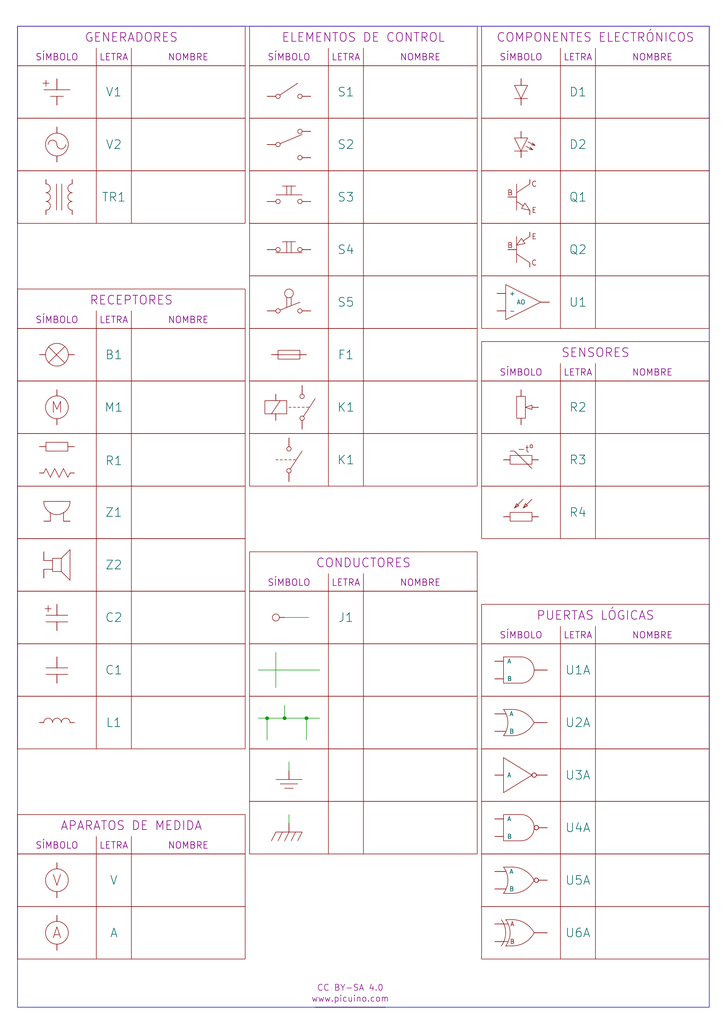
<source format=kicad_sch>
(kicad_sch (version 20231120) (generator "eeschema") (generator_version "8.0")
  (paper "A4" portrait)
  (title_block (title "Símbolos eléctricos y electrónicos.") (date "23/10/2018") (company "www.picuino.com") (comment 1 "Copyright (c) 2018 by Carlos Pardo") (comment 2 "License CC BY-SA 4.0"))
  (lib_symbols
    (symbol "electric-simbolos-nombres-rescue:amperimetro-simbolos" (pin_names (offset 1.016))
      (property "Reference" "A" (at 5.08 -5.08 0))
      (symbol "amperimetro-simbolos_0_0"
        (text "A" (at 0 -5.08 0) (effects (font (size 3.175 3.175))))
      )
      (symbol "amperimetro-simbolos_0_1"
        (circle (center 0 -5.08) (radius 3.302))
      )
      (symbol "amperimetro-simbolos_1_1"
        (pin input line (at 0 -10.16 90) (length 1.778) (name "") (number ""))
        (pin input line (at 0 0 270) (length 1.778) (name "") (number ""))
      )
    )
    (symbol "electric-simbolos-nombres-rescue:condensador-simbolos" (pin_names (offset 1.016))
      (property "Reference" "C" (at 3.81 -4.445 0))
      (symbol "condensador-simbolos_0_1"
        (polyline (pts (xy -3.175 -3.175) (xy 3.175 -3.175)))
        (polyline (pts (xy 3.175 -5.08) (xy -3.175 -5.08)))
      )
      (symbol "condensador-simbolos_1_1"
        (pin input line (at 0 -7.62 90) (length 2.54) (name "") (number ""))
        (pin input line (at 0 0 270) (length 3.175) (name "") (number ""))
      )
    )
    (symbol "electric-simbolos-nombres-rescue:condensador_pol-simbolos" (pin_names (offset 1.016))
      (property "Reference" "C" (at 3.81 -4.445 0))
      (symbol "condensador_pol-simbolos_0_1"
        (polyline (pts (xy -3.175 -3.175) (xy 3.175 -3.175)))
        (polyline (pts (xy -2.54 -0.381) (xy -2.54 -2.159)))
        (polyline (pts (xy -1.651 -1.27) (xy -3.429 -1.27)))
        (polyline (pts (xy 3.175 -5.08) (xy -3.175 -5.08)))
      )
      (symbol "condensador_pol-simbolos_1_1"
        (pin input line (at 0 -7.62 90) (length 2.54) (name "") (number ""))
        (pin input line (at 0 0 270) (length 3.175) (name "") (number ""))
      )
    )
    (symbol "electric-simbolos-nombres-rescue:conector-simbolos" (pin_names (offset 1.016))
      (symbol "conector-simbolos_0_1"
        (circle (center 2.54 0) (radius 1.016))
      )
      (symbol "conector-simbolos_1_1"
        (pin input line (at 0 0 0) (length 1.524) (name "") (number ""))
      )
    )
    (symbol "electric-simbolos-nombres-rescue:diodo-simbolos" (pin_names (offset 1.016))
      (property "Reference" "D" (at 2.54 -3.81 0))
      (symbol "diodo-simbolos_0_1"
        (polyline (pts (xy 1.905 -5.715) (xy -1.905 -5.715)))
        (polyline (pts (xy 1.905 -1.905) (xy -1.905 -1.905) (xy 0 -5.715) (xy 1.905 -1.905)))
      )
      (symbol "diodo-simbolos_1_1"
        (pin input line (at 0 -7.62 90) (length 1.905) (name "") (number ""))
        (pin input line (at 0 0 270) (length 1.905) (name "") (number ""))
      )
    )
    (symbol "electric-simbolos-nombres-rescue:diodo_led-simbolos" (pin_names (offset 1.016))
      (property "Reference" "D" (at 5.08 -3.81 0))
      (symbol "diodo_led-simbolos_0_1"
        (polyline (pts (xy 1.397 -4.318) (xy 3.429 -5.334)))
        (polyline (pts (xy 1.905 -5.715) (xy -1.905 -5.715)))
        (polyline (pts (xy 2.032 -3.048) (xy 4.064 -4.064)))
        (polyline (pts (xy 3.429 -5.334) (xy 2.3622 -5.1816)))
        (polyline (pts (xy 3.429 -5.334) (xy 2.667 -4.572)))
        (polyline (pts (xy 4.064 -4.064) (xy 2.9972 -3.9116)))
        (polyline (pts (xy 4.064 -4.064) (xy 3.302 -3.302)))
        (polyline (pts (xy 1.905 -1.905) (xy -1.905 -1.905) (xy 0 -5.715) (xy 1.905 -1.905)))
      )
      (symbol "diodo_led-simbolos_1_1"
        (pin input line (at 0 -7.62 90) (length 1.905) (name "") (number ""))
        (pin input line (at 0 0 270) (length 1.905) (name "") (number ""))
      )
    )
    (symbol "electric-simbolos-nombres-rescue:final_carrera-simbolos" (pin_names (offset 1.016))
      (property "Reference" "S" (at 4.445 3.175 0))
      (symbol "final_carrera-simbolos_0_0"
        (polyline (pts (xy 5.715 1.016) (xy 5.715 3.937)))
        (polyline (pts (xy 6.985 1.524) (xy 6.985 3.937)))
        (polyline (pts (xy 9.525 2.54) (xy 3.81 0.254)))
        (circle (center 3.175 0) (radius 0.635))
        (circle (center 6.35 5.08) (radius 1.27))
        (circle (center 9.525 0) (radius 0.635))
      )
      (symbol "final_carrera-simbolos_1_1"
        (pin input line (at 0 0 0) (length 2.54) (name "") (number ""))
        (pin input line (at 12.7 0 180) (length 2.54) (name "") (number ""))
      )
    )
    (symbol "electric-simbolos-nombres-rescue:fusible-simbolos" (pin_names (offset 1.016))
      (property "Reference" "F" (at 1.905 -5.08 0))
      (symbol "fusible-simbolos_0_0"
        (polyline (pts (xy 0 -1.27) (xy 0 -8.89)))
      )
      (symbol "fusible-simbolos_0_1"
        (rectangle (start -1.27 -1.905) (end 1.27 -8.255))
      )
      (symbol "fusible-simbolos_1_1"
        (pin input line (at 0 -10.16 90) (length 1.905) (name "") (number ""))
        (pin input line (at 0 0 270) (length 1.905) (name "") (number ""))
      )
    )
    (symbol "electric-simbolos-nombres-rescue:generador-simbolos" (pin_names (offset 1.016))
      (property "Reference" "V" (at 4.445 -5.08 0))
      (symbol "generador-simbolos_0_0"
        (arc (start 0 -5.08) (mid -1.27 -3.8155) (end -2.54 -5.08))
        (arc (start 0 -5.08) (mid 1.27 -6.3445) (end 2.54 -5.08))
      )
      (symbol "generador-simbolos_0_1"
        (circle (center 0 -5.08) (radius 3.302))
      )
      (symbol "generador-simbolos_1_1"
        (pin input line (at 0 -10.16 90) (length 1.778) (name "") (number ""))
        (pin input line (at 0 0 270) (length 1.778) (name "") (number ""))
      )
    )
    (symbol "electric-simbolos-nombres-rescue:inductancia-simbolos" (pin_names (offset 1.016))
      (property "Reference" "L" (at 0.635 -5.08 0))
      (symbol "inductancia-simbolos_0_1"
        (arc (start 0 -6.35) (mid -1.2645 -7.62) (end 0 -8.89))
        (arc (start 0 -3.81) (mid -1.2645 -5.08) (end 0 -6.35))
        (arc (start 0 -1.27) (mid -1.2645 -2.54) (end 0 -3.81))
      )
      (symbol "inductancia-simbolos_1_1"
        (pin input line (at 0 -10.16 90) (length 1.27) (name "") (number ""))
        (pin input line (at 0 0 270) (length 1.27) (name "") (number ""))
      )
    )
    (symbol "electric-simbolos-nombres-rescue:lampara-simbolos" (pin_names (offset 1.016))
      (property "Reference" "L" (at 4.445 -5.08 0))
      (symbol "lampara-simbolos_0_1"
        (circle (center 0 -5.08) (radius 3.302))
        (polyline (pts (xy -2.286 -7.493) (xy 2.286 -2.921)))
        (polyline (pts (xy -2.286 -2.921) (xy 2.286 -7.493)))
      )
      (symbol "lampara-simbolos_1_1"
        (pin input line (at 0 -10.16 90) (length 1.778) (name "") (number ""))
        (pin input line (at 0 0 270) (length 1.778) (name "") (number ""))
      )
    )
    (symbol "electric-simbolos-nombres-rescue:marco_1-simbolos" (pin_names (offset 1.016))
      (symbol "marco_1-simbolos_0_1"
        (polyline (pts (xy 22.86 0) (xy 33.02 0) (xy 33.02 -15.24) (xy 22.86 -15.24)))
        (polyline (pts (xy 33.02 0) (xy 66.04 0) (xy 66.04 -15.24) (xy 33.02 -15.24)))
        (polyline (pts (xy 0 0) (xy 0 -15.24) (xy 22.86 -15.24) (xy 22.86 0) (xy 0 0)))
      )
    )
    (symbol "electric-simbolos-nombres-rescue:marco_2-simbolos" (pin_names (offset 1.016))
      (property "Field4" "TIPO" (at 33.02 -4.445 0))
      (property "Field5" "SÍMBOLO" (at 11.43 -11.43 0))
      (property "Field6" "LETRA" (at 27.94 -11.43 0))
      (property "Field7" "NOMBRE" (at 48.26 -11.43 0))
      (symbol "marco_2-simbolos_0_1"
        (polyline (pts (xy 22.86 -12.7) (xy 33.02 -12.7) (xy 33.02 -7.62)))
        (polyline (pts (xy 33.02 -12.7) (xy 66.04 -12.7) (xy 66.04 -7.62)))
        (polyline (pts (xy 0 -7.62) (xy 0 -12.7) (xy 22.86 -12.7) (xy 22.86 -7.62)))
        (polyline (pts (xy 66.04 -7.62) (xy 66.04 -1.27) (xy 0 -1.27) (xy 0 -7.62)))
      )
    )
    (symbol "electric-simbolos-nombres-rescue:masa-simbolos" (pin_names (offset 1.016))
      (symbol "masa-simbolos_0_0"
        (polyline (pts (xy -3.81 -2.54) (xy -5.08 -5.08)))
        (polyline (pts (xy -3.81 -2.54) (xy 3.81 -2.54)))
        (polyline (pts (xy -1.905 -2.54) (xy -3.175 -5.08)))
        (polyline (pts (xy 0 -2.54) (xy -1.27 -5.08)))
        (polyline (pts (xy 1.905 -2.54) (xy 0.635 -5.08)))
        (polyline (pts (xy 3.81 -2.54) (xy 2.54 -5.08)))
      )
      (symbol "masa-simbolos_1_1"
        (pin input line (at 0 0 270) (length 2.54) (name "") (number ""))
      )
    )
    (symbol "electric-simbolos-nombres-rescue:motor-simbolos" (pin_names (offset 1.016))
      (property "Reference" "M" (at 4.445 -5.08 0))
      (symbol "motor-simbolos_0_0"
        (text "M" (at 0 -5.08 0) (effects (font (size 3.175 3.175))))
      )
      (symbol "motor-simbolos_0_1"
        (circle (center 0 -5.08) (radius 3.302))
      )
      (symbol "motor-simbolos_1_1"
        (pin input line (at 0 -10.16 90) (length 1.778) (name "") (number ""))
        (pin input line (at 0 0 270) (length 1.778) (name "") (number ""))
      )
    )
    (symbol "electric-simbolos-nombres-rescue:pulsador_na-simbolos" (pin_names (offset 1.016))
      (property "Reference" "S" (at 1.905 3.175 0))
      (symbol "pulsador_na-simbolos_0_0"
        (polyline (pts (xy 2.54 1.905) (xy 10.16 1.905)))
        (polyline (pts (xy 4.445 4.445) (xy 8.255 4.445)))
        (polyline (pts (xy 5.715 1.905) (xy 5.715 4.445)))
        (polyline (pts (xy 6.985 4.445) (xy 6.985 1.905)))
        (circle (center 3.175 0) (radius 0.635))
        (circle (center 9.525 0) (radius 0.635))
      )
      (symbol "pulsador_na-simbolos_1_1"
        (pin input line (at 0 0 0) (length 2.54) (name "") (number ""))
        (pin input line (at 12.7 0 180) (length 2.54) (name "") (number ""))
      )
    )
    (symbol "electric-simbolos-nombres-rescue:pulsador_nc-simbolos" (pin_names (offset 1.016))
      (property "Reference" "S" (at 3.81 3.175 0))
      (symbol "pulsador_nc-simbolos_0_0"
        (polyline (pts (xy 2.54 -0.889) (xy 10.16 -0.889)))
        (polyline (pts (xy 4.445 2.286) (xy 8.255 2.286)))
        (polyline (pts (xy 5.715 -0.889) (xy 5.715 2.286)))
        (polyline (pts (xy 6.985 -0.889) (xy 6.985 2.286)))
        (circle (center 3.175 0) (radius 0.635))
        (circle (center 9.525 0) (radius 0.635))
      )
      (symbol "pulsador_nc-simbolos_1_1"
        (pin input line (at 0 0 0) (length 2.54) (name "") (number ""))
        (pin input line (at 12.7 0 180) (length 2.54) (name "") (number ""))
      )
    )
    (symbol "electric-simbolos-nombres-rescue:rele-simbolos" (pin_names (offset 1.016))
      (property "Reference" "K" (at -4.445 -3.81 0))
      (symbol "rele-simbolos_0_0"
        (rectangle (start -3.175 -1.905) (end 3.175 -5.715))
        (polyline (pts (xy 1.27 -1.905) (xy -1.27 -5.715)))
        (polyline (pts (xy 3.81 -3.81) (xy 4.445 -3.81)))
        (polyline (pts (xy 5.08 -3.81) (xy 5.715 -3.81)))
        (polyline (pts (xy 6.35 -3.81) (xy 6.985 -3.81)))
        (polyline (pts (xy 7.62 -3.81) (xy 8.255 -3.81)))
        (polyline (pts (xy 8.89 -3.81) (xy 9.525 -3.81)))
      )
      (symbol "rele-simbolos_1_0"
        (polyline (pts (xy 11.43 -1.27) (xy 8.001 -6.477)))
        (circle (center 7.62 -6.985) (radius 0.635))
        (circle (center 7.62 -0.635) (radius 0.635))
      )
      (symbol "rele-simbolos_1_1"
        (pin input line (at 0 -7.62 90) (length 1.905) (name "") (number ""))
        (pin input line (at 0 0 270) (length 1.905) (name "") (number ""))
        (pin input line (at 7.62 -10.16 90) (length 2.54) (name "") (number ""))
        (pin input line (at 7.62 2.54 270) (length 2.54) (name "") (number ""))
      )
    )
    (symbol "electric-simbolos-nombres-rescue:rele_contacto-simbolos" (pin_names (offset 1.016))
      (property "Reference" "K" (at 1.27 -1.27 0))
      (symbol "rele_contacto-simbolos_0_0"
        (polyline (pts (xy -3.81 -6.35) (xy -3.175 -6.35)))
        (polyline (pts (xy -2.54 -6.35) (xy -1.905 -6.35)))
        (polyline (pts (xy -1.27 -6.35) (xy -0.635 -6.35)))
        (polyline (pts (xy 0 -6.35) (xy 0.635 -6.35)))
        (polyline (pts (xy 1.27 -6.35) (xy 1.905 -6.35)))
      )
      (symbol "rele_contacto-simbolos_1_0"
        (circle (center 0 -9.525) (radius 0.635))
        (circle (center 0 -3.175) (radius 0.635))
        (polyline (pts (xy 3.81 -3.81) (xy 0.381 -9.017)))
      )
      (symbol "rele_contacto-simbolos_1_1"
        (pin input line (at 0 -12.7 90) (length 2.54) (name "") (number ""))
        (pin input line (at 0 0 270) (length 2.54) (name "") (number ""))
      )
    )
    (symbol "electric-simbolos-nombres-rescue:selector-simbolos" (pin_names (offset 1.016))
      (property "Reference" "S" (at 4.445 3.175 0))
      (symbol "selector-simbolos_0_0"
        (circle (center 3.175 0) (radius 0.635))
        (circle (center 9.525 -3.81) (radius 0.635))
        (circle (center 9.525 3.81) (radius 0.635))
      )
      (symbol "selector-simbolos_0_1"
        (polyline (pts (xy 10.16 2.921) (xy 3.81 0.254)))
      )
      (symbol "selector-simbolos_1_1"
        (pin input line (at 0 0 0) (length 2.54) (name "") (number ""))
        (pin input line (at 12.7 -3.81 180) (length 2.54) (name "") (number ""))
        (pin input line (at 12.7 3.81 180) (length 2.54) (name "") (number ""))
      )
    )
    (symbol "electric-simbolos-nombres-rescue:switch-simbolos" (pin_names (offset 1.016))
      (property "Reference" "S" (at 4.445 3.175 0))
      (symbol "switch-simbolos_0_0"
        (polyline (pts (xy 8.89 3.81) (xy 3.683 0.381)))
        (circle (center 3.175 0) (radius 0.635))
        (circle (center 9.525 0) (radius 0.635))
      )
      (symbol "switch-simbolos_1_1"
        (pin input line (at 0 0 0) (length 2.54) (name "") (number ""))
        (pin input line (at 12.7 0 180) (length 2.54) (name "") (number ""))
      )
    )
    (symbol "simbolos-electricos:AO" (pin_names (offset 1.016))
      (property "Reference" "U" (at 6.35 -3.81 0))
      (property "Value" "AO" (at 6.35 3.81 0))
      (symbol "AO_0_1"
        (polyline (pts (xy 0 5.08) (xy 0 -5.08) (xy 10.16 0) (xy 0 5.08)))
      )
      (symbol "AO_1_1"
        (pin output line (at 12.7 0 180) (length 2.54) (name "") (number ""))
        (pin input line (at -2.54 2.54 0) (length 2.54) (name "+") (number ""))
        (pin input line (at -2.54 -2.54 0) (length 2.54) (name "-") (number ""))
      )
    )
    (symbol "simbolos-electricos:CopyRight" (pin_names (offset 1.016))
      (property "License" "CC BY-SA 4.0" (at 0 5.715 0))
      (property "Web" "www.picuino.com" (at 0 2.54 0))
      (symbol "CopyRight_0_1"
        (polyline (pts (xy -10.16 0) (xy 10.16 0)) (stroke (width 0.2032)))
      )
    )
    (symbol "simbolos-electricos:LDR" (pin_names (offset 1.016))
      (property "Reference" "R" (at 1.905 -5.08 0))
      (symbol "LDR_0_1"
        (rectangle (start -1.27 -1.905) (end 1.27 -8.255))
        (polyline (pts (xy -2.54 -6.985) (xy -5.08 -4.445)))
        (polyline (pts (xy -2.54 -4.445) (xy -5.08 -1.905)))
        (polyline (pts (xy -2.54 -6.985) (xy -3.175 -5.715) (xy -3.81 -6.35) (xy -2.54 -6.985)))
        (polyline (pts (xy -2.54 -4.445) (xy -3.175 -3.175) (xy -3.81 -3.81) (xy -2.54 -4.445)))
      )
      (symbol "LDR_1_1"
        (pin input line (at 0 -10.16 90) (length 1.905) (name "") (number ""))
        (pin input line (at 0 0 270) (length 1.905) (name "") (number ""))
      )
    )
    (symbol "simbolos-electricos:NPN" (pin_names (offset 1.016))
      (property "Reference" "Q1" (at 11.43 -5.08 0))
      (symbol "NPN_0_0"
        (polyline (pts (xy 4.445 -7.62) (xy 2.54 -6.35)))
        (text "C" (at 7.62 -1.27 0) (effects (font (size 1.524 1.524))))
        (text "E" (at 7.62 -8.89 0) (effects (font (size 1.524 1.524))))
      )
      (symbol "NPN_0_1"
        (polyline (pts (xy 2.54 -3.81) (xy 6.35 -1.27)))
        (polyline (pts (xy 2.54 -1.27) (xy 2.54 -8.89)))
        (polyline (pts (xy 4.953 -6.858) (xy 3.937 -8.382) (xy 6.35 -8.89) (xy 4.953 -6.858)))
      )
      (symbol "NPN_1_0"
        (text "B" (at 0.635 -3.81 0) (effects (font (size 1.524 1.524))))
      )
      (symbol "NPN_1_1"
        (pin input line (at 0 -5.08 0) (length 2.54) (name "") (number ""))
        (pin input line (at 6.35 -10.16 90) (length 1.27) (name "") (number ""))
        (pin input line (at 6.35 0 270) (length 1.27) (name "") (number ""))
      )
    )
    (symbol "simbolos-electricos:NTC" (pin_names (offset 1.016))
      (property "Reference" "R" (at 1.905 -5.08 0))
      (symbol "NTC_0_1"
        (rectangle (start -1.27 -1.905) (end 1.27 -8.255))
      )
      (symbol "NTC_1_0"
        (polyline (pts (xy -2.54 -8.255) (xy -2.54 -6.985) (xy 2.54 -1.905)))
        (text "-tº" (at -3.175 -3.81 900) (effects (font (size 1.905 1.905))))
      )
      (symbol "NTC_1_1"
        (pin input line (at 0 -10.16 90) (length 1.905) (name "") (number ""))
        (pin input line (at 0 0 270) (length 1.905) (name "") (number ""))
      )
    )
    (symbol "simbolos-electricos:PNP" (pin_names (offset 1.016))
      (property "Reference" "Q2" (at 20.32 -5.08 0))
      (symbol "PNP_0_0"
        (polyline (pts (xy 4.445 -2.54) (xy 6.35 -1.27)))
        (text "B" (at 0.635 -3.81 0) (effects (font (size 1.524 1.524))))
        (text "C" (at 7.62 -8.89 0) (effects (font (size 1.524 1.524))))
        (text "E" (at 7.62 -1.27 0) (effects (font (size 1.524 1.524))))
      )
      (symbol "PNP_0_1"
        (polyline (pts (xy 2.54 -1.27) (xy 2.54 -8.89)))
        (polyline (pts (xy 6.35 -8.89) (xy 2.54 -6.35)))
        (polyline (pts (xy 4.953 -3.302) (xy 3.937 -1.778) (xy 2.54 -3.81) (xy 4.953 -3.302)))
      )
      (symbol "PNP_1_1"
        (pin input line (at 0 -5.08 0) (length 2.54) (name "") (number ""))
        (pin input line (at 6.35 -10.16 90) (length 1.27) (name "") (number ""))
        (pin input line (at 6.35 0 270) (length 1.27) (name "") (number ""))
      )
    )
    (symbol "simbolos-electricos:Pila" (pin_names (offset 1.016))
      (property "Reference" "V" (at 5.08 -4.445 0))
      (symbol "Pila_0_1"
        (polyline (pts (xy -4.064 -1.27) (xy -2.286 -1.27)))
        (polyline (pts (xy -3.81 -3.175) (xy 3.81 -3.175)))
        (polyline (pts (xy -3.175 -0.381) (xy -3.175 -2.159)))
        (polyline (pts (xy -1.905 -5.08) (xy 1.905 -5.08)))
      )
      (symbol "Pila_1_1"
        (pin input line (at 0 -7.62 90) (length 2.54) (name "") (number ""))
        (pin input line (at 0 0 270) (length 3.175) (name "") (number ""))
      )
    )
    (symbol "simbolos-electricos:altavoz" (pin_names (offset 1.016))
      (property "Reference" "Z" (at 5.715 0.635 0))
      (symbol "altavoz_0_0"
        (polyline (pts (xy 0 -5.08) (xy 2.54 -5.08)))
        (polyline (pts (xy 0 -2.54) (xy 2.54 -2.54)))
        (polyline (pts (xy 5.08 -1.905) (xy 7.62 0.635) (xy 7.62 -8.255) (xy 5.08 -5.715)))
        (rectangle (start 2.54 -1.905) (end 5.08 -5.715))
      )
      (symbol "altavoz_1_1"
        (pin input line (at 0 -7.62 90) (length 2.54) (name "") (number ""))
        (pin input line (at 0 0 270) (length 2.54) (name "") (number ""))
      )
    )
    (symbol "simbolos-electricos:logic_and" (pin_names (offset 1.016))
      (property "Reference" "U" (at 11.43 -6.35 0))
      (symbol "logic_and_0_1"
        (polyline (pts (xy 7.62 1.27) (xy 2.54 1.27) (xy 2.54 -6.35) (xy 7.62 -6.35)))
        (arc (start 7.62 -6.35) (mid 11.4134 -2.54) (end 7.62 1.27))
      )
      (symbol "logic_and_1_1"
        (pin output line (at 15.24 -2.54 180) (length 3.81) (name "") (number ""))
        (pin input line (at 0 0 0) (length 2.54) (name "A") (number ""))
        (pin input line (at 0 -5.08 0) (length 2.54) (name "B") (number ""))
      )
      (symbol "logic_and_2_1"
        (pin input line (at 0 0 0) (length 2.54) (name "A") (number "4"))
        (pin input line (at 0 -5.08 0) (length 2.54) (name "B") (number "5"))
        (pin output line (at 15.24 -2.54 180) (length 3.81) (name "") (number "6"))
      )
      (symbol "logic_and_3_1"
        (pin input line (at 0 -5.08 0) (length 2.54) (name "B") (number "10"))
        (pin output line (at 15.24 -2.54 180) (length 3.81) (name "") (number "8"))
        (pin input line (at 0 0 0) (length 2.54) (name "A") (number "9"))
      )
      (symbol "logic_and_4_1"
        (pin output line (at 15.24 -2.54 180) (length 3.81) (name "") (number "11"))
        (pin input line (at 0 0 0) (length 2.54) (name "A") (number "12"))
        (pin input line (at 0 -5.08 0) (length 2.54) (name "B") (number "13"))
      )
    )
    (symbol "simbolos-electricos:logic_nand" (pin_names (offset 1.016))
      (property "Reference" "U" (at 11.43 -6.35 0))
      (symbol "logic_nand_0_1"
        (polyline (pts (xy 7.62 1.27) (xy 2.54 1.27) (xy 2.54 -6.35) (xy 7.62 -6.35)))
        (arc (start 7.62 -6.35) (mid 11.4134 -2.54) (end 7.62 1.27))
      )
      (symbol "logic_nand_1_1"
        (pin output inverted (at 15.24 -2.54 180) (length 3.81) (name "") (number ""))
        (pin input line (at 0 0 0) (length 2.54) (name "A") (number ""))
        (pin input line (at 0 -5.08 0) (length 2.54) (name "B") (number ""))
      )
      (symbol "logic_nand_2_1"
        (pin input line (at 0 0 0) (length 2.54) (name "A") (number "4"))
        (pin input line (at 0 -5.08 0) (length 2.54) (name "B") (number "5"))
        (pin output inverted (at 15.24 -2.54 180) (length 3.81) (name "") (number "6"))
      )
      (symbol "logic_nand_3_1"
        (pin input line (at 0 -5.08 0) (length 2.54) (name "B") (number "10"))
        (pin output inverted (at 15.24 -2.54 180) (length 3.81) (name "") (number "8"))
        (pin input line (at 0 0 0) (length 2.54) (name "A") (number "9"))
      )
      (symbol "logic_nand_4_1"
        (pin output inverted (at 15.24 -2.54 180) (length 3.81) (name "") (number "11"))
        (pin input line (at 0 0 0) (length 2.54) (name "A") (number "12"))
        (pin input line (at 0 -5.08 0) (length 2.54) (name "B") (number "13"))
      )
    )
    (symbol "simbolos-electricos:logic_nor" (pin_names (offset 1.016))
      (property "Reference" "U" (at 11.43 -6.35 0))
      (symbol "logic_nor_0_1"
        (polyline (pts (xy 2.54 -6.35) (xy 5.08 -6.35)))
        (polyline (pts (xy 5.08 1.27) (xy 2.54 1.27)))
        (arc (start 2.54 -6.35) (mid 3.81 -2.54) (end 2.54 1.27))
        (arc (start 5.08 -6.35) (mid 8.784 -5.3291) (end 11.43 -2.54))
        (arc (start 11.43 -2.54) (mid 8.7865 0.2471) (end 5.08 1.27))
      )
      (symbol "logic_nor_1_1"
        (pin output inverted (at 15.24 -2.54 180) (length 3.81) (name "") (number ""))
        (pin input line (at 0 0 0) (length 3.175) (name "A") (number ""))
        (pin input line (at 0 -5.08 0) (length 3.175) (name "B") (number ""))
      )
      (symbol "logic_nor_2_1"
        (pin input line (at 0 0 0) (length 3.175) (name "A") (number "4"))
        (pin input line (at 0 -5.08 0) (length 3.175) (name "B") (number "5"))
        (pin output inverted (at 15.24 -2.54 180) (length 3.81) (name "") (number "6"))
      )
      (symbol "logic_nor_3_1"
        (pin input line (at 0 -5.08 0) (length 3.175) (name "B") (number "10"))
        (pin output inverted (at 15.24 -2.54 180) (length 3.81) (name "") (number "8"))
        (pin input line (at 0 0 0) (length 3.175) (name "A") (number "9"))
      )
      (symbol "logic_nor_4_1"
        (pin output inverted (at 15.24 -2.54 180) (length 3.81) (name "") (number "11"))
        (pin input line (at 0 0 0) (length 3.175) (name "A") (number "12"))
        (pin input line (at 0 -5.08 0) (length 3.175) (name "B") (number "13"))
      )
    )
    (symbol "simbolos-electricos:logic_not" (pin_names (offset 1.016))
      (property "Reference" "U" (at 7.62 -6.35 0))
      (symbol "logic_not_0_1"
        (polyline (pts (xy 2.54 2.54) (xy 10.795 -2.54) (xy 2.54 -7.62) (xy 2.54 2.54)))
      )
      (symbol "logic_not_1_1"
        (pin output inverted (at 15.24 -2.54 180) (length 4.445) (name "") (number ""))
        (pin input line (at 0 -2.54 0) (length 2.54) (name "A") (number ""))
      )
      (symbol "logic_not_2_1"
        (pin input line (at 0 -2.54 0) (length 2.54) (name "A") (number "4"))
        (pin output inverted (at 15.24 -2.54 180) (length 4.445) (name "") (number "6"))
      )
      (symbol "logic_not_3_1"
        (pin output inverted (at 15.24 -2.54 180) (length 4.445) (name "") (number "8"))
        (pin input line (at 0 -2.54 0) (length 2.54) (name "A") (number "9"))
      )
      (symbol "logic_not_4_1"
        (pin output inverted (at 15.24 -2.54 180) (length 4.445) (name "") (number "11"))
        (pin input line (at 0 -2.54 0) (length 2.54) (name "A") (number "12"))
      )
    )
    (symbol "simbolos-electricos:logic_or" (pin_names (offset 1.016))
      (property "Reference" "U" (at 11.43 -6.35 0))
      (symbol "logic_or_0_1"
        (polyline (pts (xy 2.54 -6.35) (xy 5.08 -6.35)))
        (polyline (pts (xy 5.08 1.27) (xy 2.54 1.27)))
        (arc (start 2.54 -6.35) (mid 3.81 -2.54) (end 2.54 1.27))
        (arc (start 5.08 -6.35) (mid 8.784 -5.3291) (end 11.43 -2.54))
        (arc (start 11.43 -2.54) (mid 8.7865 0.2471) (end 5.08 1.27))
      )
      (symbol "logic_or_1_1"
        (pin output line (at 15.24 -2.54 180) (length 3.81) (name "") (number ""))
        (pin input line (at 0 0 0) (length 3.175) (name "A") (number ""))
        (pin input line (at 0 -5.08 0) (length 3.175) (name "B") (number ""))
      )
      (symbol "logic_or_2_1"
        (pin input line (at 0 0 0) (length 3.175) (name "A") (number "4"))
        (pin input line (at 0 -5.08 0) (length 3.175) (name "B") (number "5"))
        (pin output line (at 15.24 -2.54 180) (length 3.81) (name "") (number "6"))
      )
      (symbol "logic_or_3_1"
        (pin input line (at 0 -5.08 0) (length 3.175) (name "B") (number "10"))
        (pin output line (at 15.24 -2.54 180) (length 3.81) (name "") (number "8"))
        (pin input line (at 0 0 0) (length 3.175) (name "A") (number "9"))
      )
      (symbol "logic_or_4_1"
        (pin output line (at 15.24 -2.54 180) (length 3.81) (name "") (number "11"))
        (pin input line (at 0 0 0) (length 3.175) (name "A") (number "12"))
        (pin input line (at 0 -5.08 0) (length 3.175) (name "B") (number "13"))
      )
    )
    (symbol "simbolos-electricos:logic_xor" (pin_names (offset 1.016))
      (property "Reference" "U" (at 11.43 -6.35 0))
      (symbol "logic_xor_0_0"
        (text "A" (at 5.08 0 0) (effects (font (size 1.27 1.27))))
        (text "B" (at 5.08 -5.08 0) (effects (font (size 1.27 1.27))))
      )
      (symbol "logic_xor_0_1"
        (polyline (pts (xy 3.175 -6.35) (xy 5.08 -6.35)))
        (polyline (pts (xy 3.175 1.27) (xy 5.08 1.27)))
        (polyline (pts (xy 3.81 -5.08) (xy 2.54 -5.08)))
        (polyline (pts (xy 3.81 0) (xy 2.54 0)))
        (arc (start 1.905 -6.35) (mid 3.175 -2.54) (end 1.905 1.27))
        (arc (start 3.175 -6.35) (mid 4.445 -2.54) (end 3.175 1.27))
        (arc (start 5.08 -6.35) (mid 8.784 -5.3291) (end 11.43 -2.54))
        (arc (start 11.43 -2.54) (mid 8.7865 0.2471) (end 5.08 1.27))
      )
      (symbol "logic_xor_1_1"
        (pin input line (at 0 -5.08 0) (length 2.54) (name "") (number ""))
        (pin input line (at 0 0 0) (length 2.54) (name "") (number ""))
        (pin output line (at 15.24 -2.54 180) (length 3.81) (name "") (number ""))
      )
      (symbol "logic_xor_2_1"
        (pin input line (at 0 0 0) (length 2.54) (name "") (number "4"))
        (pin input line (at 0 -5.08 0) (length 2.54) (name "") (number "5"))
        (pin output line (at 15.24 -2.54 180) (length 3.81) (name "") (number "6"))
      )
      (symbol "logic_xor_3_1"
        (pin input line (at 0 -5.08 0) (length 2.54) (name "") (number "10"))
        (pin output line (at 15.24 -2.54 180) (length 3.81) (name "") (number "8"))
        (pin input line (at 0 0 0) (length 2.54) (name "") (number "9"))
      )
      (symbol "logic_xor_4_1"
        (pin output line (at 15.24 -2.54 180) (length 3.81) (name "") (number "11"))
        (pin input line (at 0 0 0) (length 2.54) (name "") (number "12"))
        (pin input line (at 0 -5.08 0) (length 2.54) (name "") (number "13"))
      )
    )
    (symbol "simbolos-electricos:potenciometro" (pin_names (offset 1.016))
      (property "Reference" "R" (at 1.905 -1.905 0))
      (symbol "potenciometro_0_1"
        (rectangle (start -1.27 -1.905) (end 1.27 -8.255))
        (polyline (pts (xy 1.27 -5.08) (xy 3.175 -4.445) (xy 3.175 -5.715) (xy 1.27 -5.08)))
      )
      (symbol "potenciometro_1_1"
        (pin input line (at 0 -10.16 90) (length 1.905) (name "") (number ""))
        (pin input line (at 0 0 270) (length 1.905) (name "") (number ""))
        (pin input line (at 5.08 -5.08 180) (length 1.905) (name "") (number ""))
      )
    )
    (symbol "simbolos-electricos:resistencia" (pin_names (offset 1.016))
      (property "Reference" "R" (at 1.905 -5.08 0))
      (symbol "resistencia_0_1"
        (rectangle (start -1.27 -1.905) (end 1.27 -8.255))
      )
      (symbol "resistencia_1_1"
        (pin input line (at 0 -10.16 90) (length 1.905) (name "") (number ""))
        (pin input line (at 0 0 270) (length 1.905) (name "") (number ""))
      )
    )
    (symbol "simbolos-electricos:resistencia_2" (pin_names (offset 1.016))
      (property "Reference" "R" (at 1.905 -5.08 0))
      (symbol "resistencia_2_0_1"
        (polyline (pts (xy 0 -8.89) (xy -1.27 -8.255) (xy 1.27 -6.985) (xy -1.27 -5.715) (xy 1.27 -4.445) (xy -1.27 -3.175) (xy 1.27 -1.905) (xy 0 -1.27)))
      )
      (symbol "resistencia_2_1_1"
        (pin input line (at 0 -10.16 90) (length 1.27) (name "") (number ""))
        (pin input line (at 0 0 270) (length 1.27) (name "") (number ""))
      )
    )
    (symbol "simbolos-electricos:tierra" (pin_names (offset 1.016))
      (symbol "tierra_0_0"
        (polyline (pts (xy -3.81 -2.54) (xy 3.81 -2.54)))
        (polyline (pts (xy -2.54 -3.81) (xy 2.54 -3.81)))
        (polyline (pts (xy -1.27 -5.08) (xy 1.27 -5.08)))
      )
      (symbol "tierra_1_1"
        (pin input line (at 0 0 270) (length 2.54) (name "") (number ""))
      )
    )
    (symbol "simbolos-electricos:transformador" (pin_names (offset 1.016))
      (property "Reference" "TR" (at 8.89 -5.08 0))
      (symbol "transformador_0_1"
        (arc (start 0 -8.89) (mid 1.2645 -7.62) (end 0 -6.35))
        (arc (start 0 -6.35) (mid 1.2645 -5.08) (end 0 -3.81))
        (arc (start 0 -3.81) (mid 1.2645 -2.54) (end 0 -1.27))
        (polyline (pts (xy 3.048 -1.27) (xy 3.048 -8.89)))
        (polyline (pts (xy 4.572 -1.27) (xy 4.572 -8.89)))
        (arc (start 7.62 -6.35) (mid 6.3555 -7.62) (end 7.62 -8.89))
        (arc (start 7.62 -3.81) (mid 6.3555 -5.08) (end 7.62 -6.35))
        (arc (start 7.62 -1.27) (mid 6.3555 -2.54) (end 7.62 -3.81))
      )
      (symbol "transformador_1_1"
        (pin input line (at 0 -10.16 90) (length 1.27) (name "") (number ""))
        (pin input line (at 0 0 270) (length 1.27) (name "") (number ""))
        (pin input line (at 7.62 -10.16 90) (length 1.27) (name "") (number ""))
        (pin input line (at 7.62 0 270) (length 1.27) (name "") (number ""))
      )
    )
    (symbol "simbolos-electricos:voltimetro" (pin_names (offset 1.016))
      (property "Reference" "V" (at 5.08 -5.08 0))
      (symbol "voltimetro_0_0"
        (text "V" (at 0 -5.08 0) (effects (font (size 3.175 3.175))))
      )
      (symbol "voltimetro_0_1"
        (circle (center 0 -5.08) (radius 3.302))
      )
      (symbol "voltimetro_1_1"
        (pin input line (at 0 -10.16 90) (length 1.778) (name "") (number ""))
        (pin input line (at 0 0 270) (length 1.778) (name "") (number ""))
      )
    )
    (symbol "simbolos-electricos:zumbador" (pin_names (offset 1.016))
      (property "Reference" "Z" (at 3.81 8.255 0))
      (symbol "zumbador_0_0"
        (polyline (pts (xy 0 5.715) (xy 7.62 5.715)))
        (polyline (pts (xy 1.905 0) (xy 1.905 2.54)))
        (polyline (pts (xy 5.715 0) (xy 5.715 2.54)))
        (arc (start 0 5.715) (mid 3.81 1.9216) (end 7.62 5.715))
      )
      (symbol "zumbador_1_1"
        (pin input line (at 0 0 0) (length 1.905) (name "") (number ""))
        (pin input line (at 7.62 0 180) (length 1.905) (name "") (number ""))
      )
    )
  )
  (junction (at 88.9 208.28))
  (junction (at 82.55 208.28))
  (junction (at 77.47 208.28))
  (wire (pts (xy 83.82 223.52) (xy 83.82 220.98)))
  (wire (pts (xy 74.93 208.28) (xy 77.47 208.28)))
  (wire (pts (xy 74.93 194.31) (xy 92.71 194.31)))
  (wire (pts (xy 83.82 238.76) (xy 83.82 236.22)))
  (wire (pts (xy 88.9 208.28) (xy 92.71 208.28)))
  (polyline (pts (xy 5.08 292.1) (xy 205.74 292.1)))
  (wire (pts (xy 88.9 214.63) (xy 88.9 208.28)))
  (polyline (pts (xy 5.08 7.62) (xy 205.74 7.62)))
  (wire (pts (xy 80.01 189.23) (xy 80.01 199.39)))
  (polyline (pts (xy 5.08 292.1) (xy 5.08 7.62)))
  (wire (pts (xy 82.55 208.28) (xy 88.9 208.28)))
  (wire (pts (xy 77.47 208.28) (xy 82.55 208.28)))
  (polyline (pts (xy 205.74 292.1) (xy 205.74 7.62)))
  (wire (pts (xy 77.47 214.63) (xy 77.47 208.28)))
  (wire (pts (xy 82.55 179.07) (xy 89.535 179.07)))
  (wire (pts (xy 82.55 208.28) (xy 82.55 204.47)))
  (symbol (lib_id "electric-simbolos-nombres-rescue:marco_1-simbolos") (at 139.7 80.01 0) (unit 1)
    (property "Reference" "M?" (effects (hide yes)))
    (property "Value" "marco_1" (effects (hide yes)))
  )
  (symbol (lib_id "simbolos-electricos:AO") (at 146.685 87.63 0) (unit 1)
    (property "Reference" "U1" (at 167.64 87.63 0) (effects (font (size 2.54 2.54))))
    (property "Value" "AO" (at 151.13 87.63 0))
  )
  (symbol (lib_id "electric-simbolos-nombres-rescue:amperimetro-simbolos") (at 16.51 265.43 0) (unit 1)
    (property "Reference" "A" (at 31.75 270.51 0) (effects (font (size 2.54 2.54)) (justify left)))
    (property "Value" "amperimetro" (effects (hide yes)))
  )
  (symbol (lib_id "electric-simbolos-nombres-rescue:diodo-simbolos") (at 151.13 22.86 0) (unit 1)
    (property "Reference" "D1" (at 167.64 26.67 0) (effects (font (size 2.54 2.54))))
    (property "Value" "DIODO" (effects (hide yes)))
  )
  (symbol (lib_id "electric-simbolos-nombres-rescue:marco_1-simbolos") (at 5.08 186.69 0) (unit 1)
    (property "Reference" "M?" (effects (hide yes)))
    (property "Value" "marco_1" (effects (hide yes)))
  )
  (symbol (lib_id "electric-simbolos-nombres-rescue:selector-simbolos") (at 77.47 41.91 0) (unit 1)
    (property "Reference" "S2" (at 100.33 41.91 0) (effects (font (size 2.54 2.54))))
    (property "Value" "CONMUTADOR" (effects (hide yes)))
  )
  (symbol (lib_id "simbolos-electricos:LDR") (at 156.21 149.86 270) (unit 1)
    (property "Reference" "R4" (at 167.64 148.59 90) (effects (font (size 2.54 2.54))))
    (property "Value" "RESISTENCIA" (effects (hide yes)))
    (property "Campo4" "LDR" (effects (hide yes)))
  )
  (symbol (lib_id "simbolos-electricos:PNP") (at 147.32 67.31 0) (unit 1)
    (property "Reference" "Q2" (at 167.64 72.39 0) (effects (font (size 2.54 2.54))))
    (property "Value" "TRANSISTOR" (effects (hide yes)))
    (property "Campo4" "PNP" (effects (hide yes)))
  )
  (symbol (lib_id "simbolos-electricos:voltimetro") (at 16.51 250.19 0) (unit 1)
    (property "Reference" "V" (at 33.02 255.27 0) (effects (font (size 2.54 2.54))))
    (property "Value" "VOLTIMETRO" (effects (hide yes)))
  )
  (symbol (lib_id "electric-simbolos-nombres-rescue:marco_1-simbolos") (at 139.7 262.89 0) (unit 1)
    (property "Reference" "M?" (effects (hide yes)))
    (property "Value" "marco_1" (effects (hide yes)))
  )
  (symbol (lib_id "simbolos-electricos:transformador") (at 13.335 52.07 0) (unit 1)
    (property "Reference" "TR1" (at 33.02 57.15 0) (effects (font (size 2.54 2.54))))
    (property "Value" "TRANSFOR-" (effects (hide yes)))
    (property "Campo4" "MADOR" (effects (hide yes)))
  )
  (symbol (lib_id "electric-simbolos-nombres-rescue:marco_1-simbolos") (at 72.39 64.77 0) (unit 1)
    (property "Reference" "M?" (effects (hide yes)))
    (property "Value" "marco_1" (effects (hide yes)))
  )
  (symbol (lib_id "electric-simbolos-nombres-rescue:marco_1-simbolos") (at 5.08 110.49 0) (unit 1)
    (property "Reference" "M?" (effects (hide yes)))
    (property "Value" "marco_1" (effects (hide yes)))
  )
  (symbol (lib_id "electric-simbolos-nombres-rescue:marco_2-simbolos") (at 139.7 97.79 0) (unit 1)
    (property "Reference" "M?" (effects (hide yes)))
    (property "Value" "marco_2" (effects (hide yes)))
    (property "Campo4" "SENSORES" (at 172.72 102.235 0) (effects (font (size 2.54 2.54))))
    (property "Campo5" "SÍMBOLO" (at 151.13 107.95 0) (effects (font (size 1.905 1.905))))
    (property "Campo6" "LETRA" (at 167.64 107.95 0) (effects (font (size 1.905 1.905))))
    (property "Campo7" "NOMBRE" (at 189.23 107.95 0) (effects (font (size 1.905 1.905))))
  )
  (symbol (lib_id "electric-simbolos-nombres-rescue:marco_1-simbolos") (at 72.39 34.29 0) (unit 1)
    (property "Reference" "M?" (effects (hide yes)))
    (property "Value" "marco_1" (effects (hide yes)))
  )
  (symbol (lib_id "electric-simbolos-nombres-rescue:marco_1-simbolos") (at 139.7 201.93 0) (unit 1)
    (property "Reference" "M?" (effects (hide yes)))
    (property "Value" "marco_1" (effects (hide yes)))
  )
  (symbol (lib_id "simbolos-electricos:CopyRight") (at 101.6 292.1 0) (unit 1)
    (property "Reference" "CP3" (effects (hide yes)))
    (property "Value" "CopyRight" (effects (hide yes)))
    (property "License" "CC BY-SA 4.0" (at 101.6 286.385 0) (effects (font (size 1.778 1.778))))
    (property "Web" "www.picuino.com" (at 101.6 289.56 0) (effects (font (size 1.778 1.778))))
  )
  (symbol (lib_id "simbolos-electricos:logic_nor") (at 143.51 252.73 0) (unit 1)
    (property "Reference" "U5" (at 167.64 255.27 0) (effects (font (size 2.54 2.54))))
    (property "Value" "logic_nor" (effects (hide yes)))
  )
  (symbol (lib_id "electric-simbolos-nombres-rescue:fusible-simbolos") (at 88.9 102.87 270) (unit 1)
    (property "Reference" "F1" (at 100.33 102.87 90) (effects (font (size 2.54 2.54))))
    (property "Value" "FUSIBLE" (effects (hide yes)))
  )
  (symbol (lib_id "electric-simbolos-nombres-rescue:marco_1-simbolos") (at 139.7 217.17 0) (unit 1)
    (property "Reference" "M?" (effects (hide yes)))
    (property "Value" "marco_1" (effects (hide yes)))
  )
  (symbol (lib_id "electric-simbolos-nombres-rescue:marco_1-simbolos") (at 72.39 95.25 0) (unit 1)
    (property "Reference" "M?" (effects (hide yes)))
    (property "Value" "marco_1" (effects (hide yes)))
  )
  (symbol (lib_id "electric-simbolos-nombres-rescue:diodo_led-simbolos") (at 151.13 38.1 0) (unit 1)
    (property "Reference" "D2" (at 167.64 41.91 0) (effects (font (size 2.54 2.54))))
    (property "Value" "DIODO LED" (effects (hide yes)))
  )
  (symbol (lib_id "electric-simbolos-nombres-rescue:marco_1-simbolos") (at 5.08 125.73 0) (unit 1)
    (property "Reference" "M?" (effects (hide yes)))
    (property "Value" "marco_1" (effects (hide yes)))
  )
  (symbol (lib_id "simbolos-electricos:tierra") (at 83.82 223.52 0) (unit 1)
    (property "Reference" "V?" (effects (hide yes)))
    (property "Value" "CONEXIÓN" (effects (hide yes)))
    (property "Campo4" "A TIERRA" (effects (hide yes)))
  )
  (symbol (lib_id "simbolos-electricos:resistencia") (at 11.43 129.54 90) (unit 1)
    (property "Reference" "R1" (at 33.02 133.604 90) (effects (font (size 2.54 2.54))))
    (property "Value" "resistencia" (effects (hide yes)))
  )
  (symbol (lib_id "electric-simbolos-nombres-rescue:marco_1-simbolos") (at 5.08 262.89 0) (unit 1)
    (property "Reference" "M?" (effects (hide yes)))
    (property "Value" "marco_1" (effects (hide yes)))
  )
  (symbol (lib_id "electric-simbolos-nombres-rescue:condensador-simbolos") (at 16.51 190.5 0) (unit 1)
    (property "Reference" "C1" (at 33.02 194.31 0) (effects (font (size 2.54 2.54))))
    (property "Value" "CONDENSADOR" (effects (hide yes)))
  )
  (symbol (lib_id "simbolos-electricos:potenciometro") (at 151.13 113.03 0) (unit 1)
    (property "Reference" "R2" (at 167.64 118.11 0) (effects (font (size 2.54 2.54))))
    (property "Value" "potenciometro" (effects (hide yes)))
  )
  (symbol (lib_id "electric-simbolos-nombres-rescue:final_carrera-simbolos") (at 77.47 90.17 0) (unit 1)
    (property "Reference" "S5" (at 100.33 87.63 0) (effects (font (size 2.54 2.54))))
    (property "Value" "FINAL DE" (effects (hide yes)))
    (property "Campo4" "CARRERA" (effects (hide yes)))
  )
  (symbol (lib_id "electric-simbolos-nombres-rescue:marco_1-simbolos") (at 5.08 201.93 0) (unit 1)
    (property "Reference" "M?" (effects (hide yes)))
    (property "Value" "marco_1" (effects (hide yes)))
  )
  (symbol (lib_id "electric-simbolos-nombres-rescue:marco_1-simbolos") (at 5.08 49.53 0) (unit 1)
    (property "Reference" "M?" (effects (hide yes)))
    (property "Value" "marco_1" (effects (hide yes)))
  )
  (symbol (lib_id "electric-simbolos-nombres-rescue:marco_2-simbolos") (at 139.7 173.99 0) (unit 1)
    (property "Reference" "M?" (effects (hide yes)))
    (property "Value" "marco_2" (effects (hide yes)))
    (property "Campo4" "PUERTAS LÓGICAS" (at 172.72 178.435 0) (effects (font (size 2.54 2.54))))
    (property "Campo5" "SÍMBOLO" (at 151.13 184.15 0) (effects (font (size 1.905 1.905))))
    (property "Campo6" "LETRA" (at 167.64 184.15 0) (effects (font (size 1.905 1.905))))
    (property "Campo7" "NOMBRE" (at 189.23 184.15 0) (effects (font (size 1.905 1.905))))
  )
  (symbol (lib_id "electric-simbolos-nombres-rescue:marco_2-simbolos") (at 139.7 6.35 0) (unit 1)
    (property "Reference" "M?" (effects (hide yes)))
    (property "Value" "marco_2" (effects (hide yes)))
    (property "Campo4" "COMPONENTES ELECTRÓNICOS" (at 172.72 10.795 0) (effects (font (size 2.54 2.54))))
    (property "Campo5" "SÍMBOLO" (at 151.13 16.51 0) (effects (font (size 1.905 1.905))))
    (property "Campo6" "LETRA" (at 167.64 16.51 0) (effects (font (size 1.905 1.905))))
    (property "Campo7" "NOMBRE" (at 189.23 16.51 0) (effects (font (size 1.905 1.905))))
  )
  (symbol (lib_id "electric-simbolos-nombres-rescue:marco_1-simbolos") (at 139.7 232.41 0) (unit 1)
    (property "Reference" "M?" (effects (hide yes)))
    (property "Value" "marco_1" (effects (hide yes)))
  )
  (symbol (lib_id "electric-simbolos-nombres-rescue:motor-simbolos") (at 16.51 113.03 0) (unit 1)
    (property "Reference" "M1" (at 33.02 118.11 0) (effects (font (size 2.54 2.54))))
    (property "Value" "MOTOR" (effects (hide yes)))
  )
  (symbol (lib_id "electric-simbolos-nombres-rescue:lampara-simbolos") (at 21.59 102.87 270) (unit 1)
    (property "Reference" "B1" (at 33.02 102.87 90) (effects (font (size 2.54 2.54))))
    (property "Value" "LÁMPARA" (effects (hide yes)))
  )
  (symbol (lib_id "electric-simbolos-nombres-rescue:generador-simbolos") (at 16.51 36.83 0) (unit 1)
    (property "Reference" "V2" (at 33.02 41.91 0) (effects (font (size 2.54 2.54))))
    (property "Value" "GENERADOR" (effects (hide yes)))
  )
  (symbol (lib_id "electric-simbolos-nombres-rescue:marco_1-simbolos") (at 5.08 247.65 0) (unit 1)
    (property "Reference" "M?" (effects (hide yes)))
    (property "Value" "marco_1" (effects (hide yes)))
  )
  (symbol (lib_id "electric-simbolos-nombres-rescue:marco_1-simbolos") (at 72.39 49.53 0) (unit 1)
    (property "Reference" "M?" (effects (hide yes)))
    (property "Value" "marco_1" (effects (hide yes)))
  )
  (symbol (lib_id "electric-simbolos-nombres-rescue:marco_1-simbolos") (at 139.7 49.53 0) (unit 1)
    (property "Reference" "M?" (effects (hide yes)))
    (property "Value" "marco_1" (effects (hide yes)))
  )
  (symbol (lib_id "simbolos-electricos:zumbador") (at 12.7 151.13 0) (unit 1)
    (property "Reference" "Z1" (at 33.02 148.59 0) (effects (font (size 2.54 2.54))))
    (property "Value" "ZUMBADOR" (effects (hide yes)))
  )
  (symbol (lib_id "electric-simbolos-nombres-rescue:inductancia-simbolos") (at 21.59 209.55 270) (unit 1)
    (property "Reference" "L1" (at 33.02 209.55 90) (effects (font (size 2.54 2.54))))
    (property "Value" "INDUCTANCIA" (effects (hide yes)))
  )
  (symbol (lib_id "electric-simbolos-nombres-rescue:marco_2-simbolos") (at 72.39 158.75 0) (unit 1)
    (property "Reference" "M?" (effects (hide yes)))
    (property "Value" "marco_2" (effects (hide yes)))
    (property "Campo4" "CONDUCTORES" (at 105.41 163.195 0) (effects (font (size 2.54 2.54))))
    (property "Campo5" "SÍMBOLO" (at 83.82 168.91 0) (effects (font (size 1.905 1.905))))
    (property "Campo6" "LETRA" (at 100.33 168.91 0) (effects (font (size 1.905 1.905))))
    (property "Campo7" "NOMBRE" (at 121.92 168.91 0) (effects (font (size 1.905 1.905))))
  )
  (symbol (lib_id "electric-simbolos-nombres-rescue:pulsador_na-simbolos") (at 77.47 58.42 0) (unit 1)
    (property "Reference" "S3" (at 100.33 57.15 0) (effects (font (size 2.54 2.54))))
    (property "Value" "PULSADOR" (effects (hide yes)))
    (property "Valor2" "NORMALMENTE" (effects (hide yes)))
    (property "Campo5" "ABIERTO" (effects (hide yes)))
  )
  (symbol (lib_id "electric-simbolos-nombres-rescue:marco_1-simbolos") (at 5.08 19.05 0) (unit 1)
    (property "Reference" "M?" (effects (hide yes)))
    (property "Value" "marco_1" (effects (hide yes)))
  )
  (symbol (lib_id "electric-simbolos-nombres-rescue:marco_1-simbolos") (at 139.7 186.69 0) (unit 1)
    (property "Reference" "M?" (effects (hide yes)))
    (property "Value" "marco_1" (effects (hide yes)))
  )
  (symbol (lib_id "electric-simbolos-nombres-rescue:conector-simbolos") (at 82.55 179.07 180) (unit 1)
    (property "Reference" "J1" (at 100.33 179.07 0) (effects (font (size 2.54 2.54))))
    (property "Value" "conector" (effects (hide yes)))
  )
  (symbol (lib_id "electric-simbolos-nombres-rescue:marco_1-simbolos") (at 72.39 80.01 0) (unit 1)
    (property "Reference" "M?" (effects (hide yes)))
    (property "Value" "marco_1" (effects (hide yes)))
  )
  (symbol (lib_id "simbolos-electricos:logic_xor") (at 143.51 267.97 0) (unit 1)
    (property "Reference" "U6" (at 167.64 270.51 0) (effects (font (size 2.54 2.54))))
    (property "Value" "logic_xor" (effects (hide yes)))
  )
  (symbol (lib_id "electric-simbolos-nombres-rescue:marco_1-simbolos") (at 72.39 186.69 0) (unit 1)
    (property "Reference" "M?" (effects (hide yes)))
    (property "Value" "marco_1" (effects (hide yes)))
  )
  (symbol (lib_id "electric-simbolos-nombres-rescue:marco_1-simbolos") (at 139.7 125.73 0) (unit 1)
    (property "Reference" "M?" (effects (hide yes)))
    (property "Value" "marco_1" (effects (hide yes)))
  )
  (symbol (lib_id "electric-simbolos-nombres-rescue:rele-simbolos") (at 80.01 114.3 0) (unit 1)
    (property "Reference" "K1" (at 100.33 118.11 0) (effects (font (size 2.54 2.54))))
    (property "Value" "RELE" (effects (hide yes)))
  )
  (symbol (lib_id "electric-simbolos-nombres-rescue:marco_1-simbolos") (at 72.39 125.73 0) (unit 1)
    (property "Reference" "M?" (effects (hide yes)))
    (property "Value" "marco_1" (effects (hide yes)))
  )
  (symbol (lib_id "electric-simbolos-nombres-rescue:marco_2-simbolos") (at 5.08 234.95 0) (unit 1)
    (property "Reference" "M?" (effects (hide yes)))
    (property "Value" "marco_2" (effects (hide yes)))
    (property "Campo4" "APARATOS DE MEDIDA" (at 38.1 239.395 0) (effects (font (size 2.54 2.54))))
    (property "Campo5" "SÍMBOLO" (at 16.51 245.11 0) (effects (font (size 1.905 1.905))))
    (property "Campo6" "LETRA" (at 33.02 245.11 0) (effects (font (size 1.905 1.905))))
    (property "Campo7" "NOMBRE" (at 54.61 245.11 0) (effects (font (size 1.905 1.905))))
  )
  (symbol (lib_id "electric-simbolos-nombres-rescue:marco_1-simbolos") (at 72.39 19.05 0) (unit 1)
    (property "Reference" "M?" (effects (hide yes)))
    (property "Value" "marco_1" (effects (hide yes)))
  )
  (symbol (lib_id "electric-simbolos-nombres-rescue:marco_1-simbolos") (at 139.7 64.77 0) (unit 1)
    (property "Reference" "M?" (effects (hide yes)))
    (property "Value" "marco_1" (effects (hide yes)))
  )
  (symbol (lib_id "electric-simbolos-nombres-rescue:marco_1-simbolos") (at 139.7 110.49 0) (unit 1)
    (property "Reference" "M?" (effects (hide yes)))
    (property "Value" "marco_1" (effects (hide yes)))
  )
  (symbol (lib_id "electric-simbolos-nombres-rescue:marco_1-simbolos") (at 72.39 201.93 0) (unit 1)
    (property "Reference" "M?" (effects (hide yes)))
    (property "Value" "marco_1" (effects (hide yes)))
  )
  (symbol (lib_id "electric-simbolos-nombres-rescue:marco_1-simbolos") (at 72.39 171.45 0) (unit 1)
    (property "Reference" "M?" (effects (hide yes)))
    (property "Value" "marco" (effects (hide yes)))
  )
  (symbol (lib_id "electric-simbolos-nombres-rescue:marco_1-simbolos") (at 139.7 34.29 0) (unit 1)
    (property "Reference" "M?" (effects (hide yes)))
    (property "Value" "marco_1" (effects (hide yes)))
  )
  (symbol (lib_id "electric-simbolos-nombres-rescue:marco_1-simbolos") (at 5.08 156.21 0) (unit 1)
    (property "Reference" "M?" (effects (hide yes)))
    (property "Value" "marco_1" (effects (hide yes)))
  )
  (symbol (lib_id "electric-simbolos-nombres-rescue:marco_1-simbolos") (at 139.7 247.65 0) (unit 1)
    (property "Reference" "M?" (effects (hide yes)))
    (property "Value" "marco_1" (effects (hide yes)))
  )
  (symbol (lib_id "simbolos-electricos:logic_and") (at 143.51 191.77 0) (unit 1)
    (property "Reference" "U1" (at 167.64 194.31 0) (effects (font (size 2.54 2.54))))
    (property "Value" "logic_and" (effects (hide yes)))
  )
  (symbol (lib_id "electric-simbolos-nombres-rescue:marco_1-simbolos") (at 5.08 34.29 0) (unit 1)
    (property "Reference" "M?" (effects (hide yes)))
    (property "Value" "marco_1" (effects (hide yes)))
  )
  (symbol (lib_id "electric-simbolos-nombres-rescue:marco_2-simbolos") (at 5.08 6.35 0) (unit 1)
    (property "Reference" "M?" (effects (hide yes)))
    (property "Value" "marco_2" (effects (hide yes)))
    (property "Campo4" "GENERADORES" (at 38.1 10.795 0) (effects (font (size 2.54 2.54))))
    (property "Campo5" "SÍMBOLO" (at 16.51 16.51 0) (effects (font (size 1.905 1.905))))
    (property "Campo6" "LETRA" (at 33.02 16.51 0) (effects (font (size 1.905 1.905))))
    (property "Campo7" "NOMBRE" (at 54.61 16.51 0) (effects (font (size 1.905 1.905))))
  )
  (symbol (lib_id "electric-simbolos-nombres-rescue:marco_1-simbolos") (at 5.08 140.97 0) (unit 1)
    (property "Reference" "M?" (effects (hide yes)))
    (property "Value" "marco_1" (effects (hide yes)))
  )
  (symbol (lib_id "electric-simbolos-nombres-rescue:marco_1-simbolos") (at 5.08 95.25 0) (unit 1)
    (property "Reference" "M?" (effects (hide yes)))
    (property "Value" "marco_1" (effects (hide yes)))
  )
  (symbol (lib_id "electric-simbolos-nombres-rescue:masa-simbolos") (at 83.82 238.76 0) (unit 1)
    (property "Reference" "V?" (effects (hide yes)))
    (property "Value" "CONEXIÓN" (effects (hide yes)))
    (property "Campo4" "A MASA" (effects (hide yes)))
  )
  (symbol (lib_id "simbolos-electricos:logic_not") (at 143.51 222.25 0) (unit 1)
    (property "Reference" "U3" (at 167.64 224.79 0) (effects (font (size 2.54 2.54))))
    (property "Value" "logic_not" (effects (hide yes)))
  )
  (symbol (lib_id "electric-simbolos-nombres-rescue:condensador_pol-simbolos") (at 16.51 175.26 0) (unit 1)
    (property "Reference" "C2" (at 33.02 179.07 0) (effects (font (size 2.54 2.54))))
    (property "Value" "CONDENSADOR" (effects (hide yes)))
    (property "Campo4" "POLARIZADO" (effects (hide yes)))
  )
  (symbol (lib_id "electric-simbolos-nombres-rescue:marco_1-simbolos") (at 5.08 171.45 0) (unit 1)
    (property "Reference" "M?" (effects (hide yes)))
    (property "Value" "marco_1" (effects (hide yes)))
  )
  (symbol (lib_id "electric-simbolos-nombres-rescue:marco_2-simbolos") (at 5.08 82.55 0) (unit 1)
    (property "Reference" "M?" (effects (hide yes)))
    (property "Value" "marco_2" (effects (hide yes)))
    (property "Campo4" "RECEPTORES" (at 38.1 86.995 0) (effects (font (size 2.54 2.54))))
    (property "Campo5" "SÍMBOLO" (at 16.51 92.71 0) (effects (font (size 1.905 1.905))))
    (property "Campo6" "LETRA" (at 33.02 92.71 0) (effects (font (size 1.905 1.905))))
    (property "Campo7" "NOMBRE" (at 54.61 92.71 0) (effects (font (size 1.905 1.905))))
  )
  (symbol (lib_id "electric-simbolos-nombres-rescue:switch-simbolos") (at 77.47 27.94 0) (unit 1)
    (property "Reference" "S1" (at 100.33 26.67 0) (effects (font (size 2.54 2.54))))
    (property "Value" "INTERRUPTOR" (effects (hide yes)))
  )
  (symbol (lib_id "simbolos-electricos:resistencia_2") (at 11.43 137.16 90) (unit 1)
    (property "Reference" "R1" (effects (hide yes)))
    (property "Value" "resistencia" (effects (hide yes)))
  )
  (symbol (lib_id "electric-simbolos-nombres-rescue:rele_contacto-simbolos") (at 83.82 127 0) (unit 1)
    (property "Reference" "K1" (at 100.33 133.35 0) (effects (font (size 2.54 2.54))))
    (property "Value" "CONTACTO" (effects (hide yes)))
    (property "Campo4" "DE RELE" (effects (hide yes)))
  )
  (symbol (lib_id "simbolos-electricos:NTC") (at 156.21 133.35 270) (unit 1)
    (property "Reference" "R3" (at 167.64 133.35 90) (effects (font (size 2.54 2.54))))
    (property "Value" "RESISTENCIA" (effects (hide yes)))
    (property "Campo4" "NTC" (effects (hide yes)))
  )
  (symbol (lib_id "electric-simbolos-nombres-rescue:marco_1-simbolos") (at 139.7 140.97 0) (unit 1)
    (property "Reference" "M?" (effects (hide yes)))
    (property "Value" "marco_1" (effects (hide yes)))
  )
  (symbol (lib_id "electric-simbolos-nombres-rescue:marco_1-simbolos") (at 72.39 217.17 0) (unit 1)
    (property "Reference" "M?" (effects (hide yes)))
    (property "Value" "marco_1" (effects (hide yes)))
  )
  (symbol (lib_id "simbolos-electricos:altavoz") (at 12.7 160.02 0) (unit 1)
    (property "Reference" "Z2" (at 33.02 163.83 0) (effects (font (size 2.54 2.54))))
    (property "Value" "ALTAVOZ" (effects (hide yes)))
  )
  (symbol (lib_id "electric-simbolos-nombres-rescue:pulsador_nc-simbolos") (at 77.47 72.39 0) (unit 1)
    (property "Reference" "S4" (at 100.33 72.39 0) (effects (font (size 2.54 2.54))))
    (property "Value" "PULSADOR" (effects (hide yes)))
    (property "Valor2" "NORMALMENTE" (effects (hide yes)))
    (property "Valor3" "CERRADO" (effects (hide yes)))
  )
  (symbol (lib_id "electric-simbolos-nombres-rescue:marco_1-simbolos") (at 139.7 19.05 0) (unit 1)
    (property "Reference" "M?" (effects (hide yes)))
    (property "Value" "marco_1" (effects (hide yes)))
  )
  (symbol (lib_id "simbolos-electricos:logic_nand") (at 143.51 237.49 0) (unit 1)
    (property "Reference" "U4" (at 167.64 240.03 0) (effects (font (size 2.54 2.54))))
    (property "Value" "logic_nand" (effects (hide yes)))
  )
  (symbol (lib_id "simbolos-electricos:Pila") (at 16.51 22.86 0) (unit 1)
    (property "Reference" "V1" (at 33.02 26.67 0) (effects (font (size 2.54 2.54))))
    (property "Value" "PILA" (effects (hide yes)))
  )
  (symbol (lib_id "electric-simbolos-nombres-rescue:marco_1-simbolos") (at 72.39 232.41 0) (unit 1)
    (property "Reference" "M?" (effects (hide yes)))
    (property "Value" "marco_1" (effects (hide yes)))
  )
  (symbol (lib_id "simbolos-electricos:logic_or") (at 143.51 207.01 0) (unit 1)
    (property "Reference" "U2" (at 167.64 209.55 0) (effects (font (size 2.54 2.54))))
    (property "Value" "logic_or" (effects (hide yes)))
  )
  (symbol (lib_id "electric-simbolos-nombres-rescue:marco_2-simbolos") (at 72.39 6.35 0) (unit 1)
    (property "Reference" "M?" (effects (hide yes)))
    (property "Value" "marco_2" (effects (hide yes)))
    (property "Campo4" "ELEMENTOS DE CONTROL" (at 105.41 10.795 0) (effects (font (size 2.54 2.54))))
    (property "Campo5" "SÍMBOLO" (at 83.82 16.51 0) (effects (font (size 1.905 1.905))))
    (property "Campo6" "LETRA" (at 100.33 16.51 0) (effects (font (size 1.905 1.905))))
    (property "Campo7" "NOMBRE" (at 121.92 16.51 0) (effects (font (size 1.905 1.905))))
  )
  (symbol (lib_id "electric-simbolos-nombres-rescue:marco_1-simbolos") (at 72.39 110.49 0) (unit 1)
    (property "Reference" "M?" (effects (hide yes)))
    (property "Value" "marco_1" (effects (hide yes)))
  )
  (symbol (lib_id "simbolos-electricos:NPN") (at 147.32 52.07 0) (unit 1)
    (property "Reference" "Q1" (at 167.64 57.15 0) (effects (font (size 2.54 2.54))))
    (property "Value" "TRANSISTOR" (effects (hide yes)))
    (property "Campo4" "NPN" (effects (hide yes)))
  )
)
</source>
